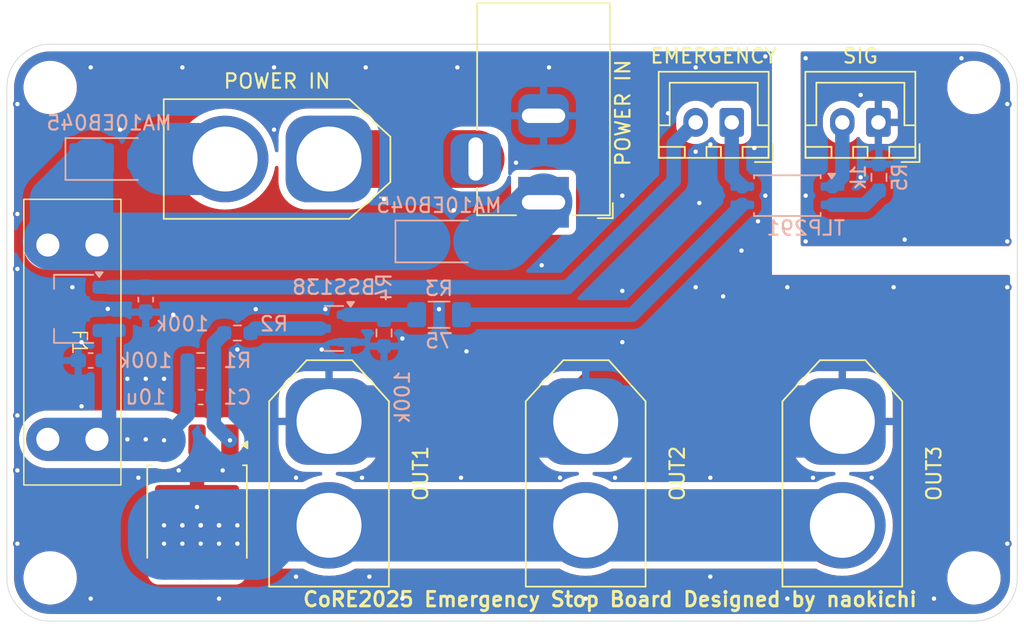
<source format=kicad_pcb>
(kicad_pcb (version 20240108) (generator "pcbnew") (generator_version "8.0")
  (layers (0 "F.Cu" signal) (31 "B.Cu" signal) (34 "B.Paste" user) (35 "F.Paste" user) (36 "B.SilkS" user "B.Silkscreen") (37 "F.SilkS" user "F.Silkscreen") (38 "B.Mask" user) (39 "F.Mask" user) (44 "Edge.Cuts" user))
  (net 0 "")
  (net 1 "Net-(Q1-S)")
  (net 2 "Net-(Q1-G)")
  (net 3 "GNDPWR")
  (net 4 "Net-(J5-Pin_2)")
  (net 5 "Net-(D1-K)")
  (net 6 "Net-(D1-A)")
  (net 7 "Net-(D2-A)")
  (net 8 "Net-(J1-Pin_2)")
  (net 9 "Net-(J4-Pin_2)")
  (net 10 "GND")
  (net 11 "Net-(J5-Pin_1)")
  (net 12 "Net-(J11-Pin_1)")
  (net 13 "Net-(Q2-G)")
  (net 14 "Net-(Q2-D)")
  (net 15 "Net-(R3-Pad1)")
  (net 16 "Net-(R5-Pad1)")
  (footprint "core2025_board_ems:Fuse_Holder" (layer "F.Cu") (at 129.54 73.66 -90)
    (property "Reference" "F1" (at 0 -0.5 -90) (layer "F.SilkS") (effects (font (thickness 0.1))))
    (property "Value" "Fuse")
    (fp_rect (start -9.905 -3.365) (end 9.905 3.365) (stroke (width 0.1)) (fill none) (layer "F.SilkS"))
    (pad "1" thru_hole circle (at -6.735 -1.7 270) (size 2.4 2.4) (drill 1.6) (layers "*.Cu" "*.Mask") (net 5 "Net-(D1-K)"))
    (pad "1" thru_hole circle (at -6.735 1.7 270) (size 2.4 2.4) (drill 1.6) (layers "*.Cu" "*.Mask") (net 5 "Net-(D1-K)"))
    (pad "2" thru_hole circle (at 6.735 -1.7 270) (size 2.4 2.4) (drill 1.6) (layers "*.Cu" "*.Mask") (net 1 "Net-(Q1-S)"))
    (pad "2" thru_hole circle (at 6.735 1.7 270) (size 2.4 2.4) (drill 1.6) (layers "*.Cu" "*.Mask") (net 1 "Net-(Q1-S)"))
  )
  (footprint "Connector_BarrelJack:BarrelJack_Horizontal" (layer "F.Cu") (at 162.18 63.96 -90)
    (property "Reference" "J12" (hide yes))
    (property "Value" "POWER IN" (at -6.2 -5.5 90) (layer "F.SilkS"))
    (fp_line (start -13.8 4.6) (end -13.8 -4.6) (stroke (width 0.12)) (layer "F.SilkS"))
    (fp_line (start -5 4.6) (end -13.8 4.6) (stroke (width 0.12)) (layer "F.SilkS"))
    (fp_line (start 0.9 4.6) (end -1 4.6) (stroke (width 0.12)) (layer "F.SilkS"))
    (fp_line (start 0.9 1.9) (end 0.9 4.6) (stroke (width 0.12)) (layer "F.SilkS"))
    (fp_line (start 1.1 -3.75) (end 1.1 -4.8) (stroke (width 0.12)) (layer "F.SilkS"))
    (fp_line (start -13.8 -4.6) (end 0.9 -4.6) (stroke (width 0.12)) (layer "F.SilkS"))
    (fp_line (start 0.9 -4.6) (end 0.9 -2) (stroke (width 0.12)) (layer "F.SilkS"))
    (fp_line (start 0.05 -4.8) (end 1.1 -4.8) (stroke (width 0.12)) (layer "F.SilkS"))
    (pad "1" thru_hole rect (at 0 0 270) (size 3.5 3.5) (drill oval 1 3) (layers "*.Cu" "*.Mask") (net 7 "Net-(D2-A)"))
    (pad "2" thru_hole roundrect (at -6 0 270) (size 3 3.5) (drill oval 1 3) (layers "*.Cu" "*.Mask") (net 3 "GNDPWR"))
    (pad "3" thru_hole roundrect (at -3 4.7 270) (size 3.5 3.5) (drill oval 3 1) (layers "*.Cu" "*.Mask") (net 12 "Net-(J11-Pin_1)"))
  )
  (footprint "Connector_AMASS:AMASS_XT60-F_1x02_P7.20mm_Vertical" (layer "F.Cu") (at 147.32 79.16 -90)
    (property "Reference" "J1" (hide yes))
    (property "Value" "OUT1" (at 3.6 -6.35 90) (layer "F.SilkS"))
    (fp_line (start -1.4 4.15) (end 11.45 4.15) (stroke (width 0.12)) (layer "F.SilkS"))
    (fp_line (start 11.45 4.15) (end 11.45 -4.15) (stroke (width 0.12)) (layer "F.SilkS"))
    (fp_line (start -4.25 1.55) (end -1.4 4.15) (stroke (width 0.12)) (layer "F.SilkS"))
    (fp_line (start -4.25 -1.6) (end -4.25 1.55) (stroke (width 0.12)) (layer "F.SilkS"))
    (fp_line (start -1.4 -4.15) (end -4.25 -1.6) (stroke (width 0.12)) (layer "F.SilkS"))
    (fp_line (start 11.45 -4.15) (end -1.4 -4.15) (stroke (width 0.12)) (layer "F.SilkS"))
    (pad "1" thru_hole roundrect (at 0 0 270) (size 6 6) (drill 4.5) (layers "*.Cu" "*.Mask") (net 3 "GNDPWR"))
    (pad "2" thru_hole circle (at 7.2 0 270) (size 6 6) (drill 4.5) (layers "*.Cu" "*.Mask") (net 8 "Net-(J1-Pin_2)"))
  )
  (footprint "Connector_AMASS:AMASS_XT60-F_1x02_P7.20mm_Vertical" (layer "F.Cu") (at 165.1 79.16 -90)
    (property "Reference" "J2" (hide yes))
    (property "Value" "OUT2" (at 3.6 -6.35 90) (layer "F.SilkS"))
    (fp_line (start -1.4 4.15) (end 11.45 4.15) (stroke (width 0.12)) (layer "F.SilkS"))
    (fp_line (start 11.45 4.15) (end 11.45 -4.15) (stroke (width 0.12)) (layer "F.SilkS"))
    (fp_line (start -4.25 1.55) (end -1.4 4.15) (stroke (width 0.12)) (layer "F.SilkS"))
    (fp_line (start -4.25 -1.6) (end -4.25 1.55) (stroke (width 0.12)) (layer "F.SilkS"))
    (fp_line (start -1.4 -4.15) (end -4.25 -1.6) (stroke (width 0.12)) (layer "F.SilkS"))
    (fp_line (start 11.45 -4.15) (end -1.4 -4.15) (stroke (width 0.12)) (layer "F.SilkS"))
    (pad "1" thru_hole roundrect (at 0 0 270) (size 6 6) (drill 4.5) (layers "*.Cu" "*.Mask") (net 3 "GNDPWR"))
    (pad "2" thru_hole circle (at 7.2 0 270) (size 6 6) (drill 4.5) (layers "*.Cu" "*.Mask") (net 8 "Net-(J1-Pin_2)"))
  )
  (footprint "MountingHole:MountingHole_3.2mm_M3" (layer "F.Cu") (at 192 56)
    (property "Reference" "REF**" (hide yes))
    (property "Value" "MountingHole_3.2mm_M3" (hide yes))
    (pad "" np_thru_hole circle (at 0 0) (size 3.2 3.2) (drill 3.2) (layers "*.Cu" "*.Mask"))
  )
  (footprint "MountingHole:MountingHole_3.2mm_M3" (layer "F.Cu") (at 192 90)
    (property "Reference" "REF**" (hide yes))
    (property "Value" "MountingHole_3.2mm_M3" (hide yes))
    (pad "" np_thru_hole circle (at 0 0) (size 3.2 3.2) (drill 3.2) (layers "*.Cu" "*.Mask"))
  )
  (footprint "Package_TO_SOT_SMD:TO-252-3_TabPin2" (layer "F.Cu") (at 138.175 85.505 -90)
    (property "Reference" "Q1" (hide yes))
    (property "Value" "TJ60S04M3L" (hide yes))
    (fp_line (start -3.31 3.45) (end -3.31 3.18) (stroke (width 0.12)) (layer "F.SilkS"))
    (fp_line (start 3.11 3.45) (end -3.31 3.45) (stroke (width 0.12)) (layer "F.SilkS"))
    (fp_line (start -3.31 -3.45) (end -3.31 -3.18) (stroke (width 0.12)) (layer "F.SilkS"))
    (fp_line (start 3.11 -3.45) (end -3.31 -3.45) (stroke (width 0.12)) (layer "F.SilkS"))
    (fp_poly (pts (xy -4.725 -3.16) (xy -4.965 -3.49) (xy -4.485 -3.49) (xy -4.725 -3.16)) (stroke (width 0.12)) (fill solid) (layer "F.SilkS"))
    (pad "1" smd roundrect (at -5.04 -2.28 270) (size 2.2 1.2) (layers "F.Cu" "F.Paste" "F.Mask") (roundrect_rratio 0.208333) (net 2 "Net-(Q1-G)"))
    (pad "2" smd roundrect (at -5.04 0 270) (size 2.2 1.2) (layers "F.Cu" "F.Paste" "F.Mask") (roundrect_rratio 0.208333) (net 8 "Net-(J1-Pin_2)"))
    (pad "2" smd roundrect (at -0.415 -1.525 270) (size 3.05 2.75) (layers "F.Cu" "F.Paste") (roundrect_rratio 0.090909) (net 8 "Net-(J1-Pin_2)"))
    (pad "2" smd roundrect (at -0.415 1.525 270) (size 3.05 2.75) (layers "F.Cu" "F.Paste") (roundrect_rratio 0.090909) (net 8 "Net-(J1-Pin_2)"))
    (pad "2" smd roundrect (at 1.26 0 270) (size 6.4 5.8) (layers "F.Cu" "F.Mask") (roundrect_rratio 0.043103) (net 8 "Net-(J1-Pin_2)"))
    (pad "2" smd roundrect (at 2.935 -1.525 270) (size 3.05 2.75) (layers "F.Cu" "F.Paste") (roundrect_rratio 0.090909) (net 8 "Net-(J1-Pin_2)"))
    (pad "2" smd roundrect (at 2.935 1.525 270) (size 3.05 2.75) (layers "F.Cu" "F.Paste") (roundrect_rratio 0.090909) (net 8 "Net-(J1-Pin_2)"))
    (pad "3" smd roundrect (at -5.04 2.28 270) (size 2.2 1.2) (layers "F.Cu" "F.Paste" "F.Mask") (roundrect_rratio 0.208333) (net 1 "Net-(Q1-S)"))
  )
  (footprint "Connector_JST:JST_XH_B2B-XH-A_1x02_P2.50mm_Vertical" (layer "F.Cu") (at 175.22 58.42 180)
    (property "Reference" "J5" (hide yes))
    (property "Value" "EMERGENCY" (at 1.25 4.6 0) (layer "F.SilkS"))
    (fp_line (start 5.06 3.51) (end 5.06 -2.46) (stroke (width 0.12)) (layer "F.SilkS"))
    (fp_line (start 5.06 -2.46) (end -2.56 -2.46) (stroke (width 0.12)) (layer "F.SilkS"))
    (fp_line (start 5.05 -0.2) (end 4.3 -0.2) (stroke (width 0.12)) (layer "F.SilkS"))
    (fp_line (start 5.05 -1.7) (end 5.05 -2.45) (stroke (width 0.12)) (layer "F.SilkS"))
    (fp_line (start 5.05 -2.45) (end 3.25 -2.45) (stroke (width 0.12)) (layer "F.SilkS"))
    (fp_line (start 4.3 2.75) (end 1.25 2.75) (stroke (width 0.12)) (layer "F.SilkS"))
    (fp_line (start 4.3 -0.2) (end 4.3 2.75) (stroke (width 0.12)) (layer "F.SilkS"))
    (fp_line (start 3.25 -1.7) (end 5.05 -1.7) (stroke (width 0.12)) (layer "F.SilkS"))
    (fp_line (start 3.25 -2.45) (end 3.25 -1.7) (stroke (width 0.12)) (layer "F.SilkS"))
    (fp_line (start 1.75 -1.7) (end 1.75 -2.45) (stroke (width 0.12)) (layer "F.SilkS"))
    (fp_line (start 1.75 -2.45) (end 0.75 -2.45) (stroke (width 0.12)) (layer "F.SilkS"))
    (fp_line (start 0.75 -1.7) (end 1.75 -1.7) (stroke (width 0.12)) (layer "F.SilkS"))
    (fp_line (start 0.75 -2.45) (end 0.75 -1.7) (stroke (width 0.12)) (layer "F.SilkS"))
    (fp_line (start -0.75 -1.7) (end -0.75 -2.45) (stroke (width 0.12)) (layer "F.SilkS"))
    (fp_line (start -0.75 -2.45) (end -2.55 -2.45) (stroke (width 0.12)) (layer "F.SilkS"))
    (fp_line (start -1.6 -2.75) (end -2.85 -2.75) (stroke (width 0.12)) (layer "F.SilkS"))
    (fp_line (start -1.8 2.75) (end 1.25 2.75) (stroke (width 0.12)) (layer "F.SilkS"))
    (fp_line (start -1.8 -0.2) (end -1.8 2.75) (stroke (width 0.12)) (layer "F.SilkS"))
    (fp_line (start -2.55 -0.2) (end -1.8 -0.2) (stroke (width 0.12)) (layer "F.SilkS"))
    (fp_line (start -2.55 -1.7) (end -0.75 -1.7) (stroke (width 0.12)) (layer "F.SilkS"))
    (fp_line (start -2.55 -2.45) (end -2.55 -1.7) (stroke (width 0.12)) (layer "F.SilkS"))
    (fp_line (start -2.56 3.51) (end 5.06 3.51) (stroke (width 0.12)) (layer "F.SilkS"))
    (fp_line (start -2.56 -2.46) (end -2.56 3.51) (stroke (width 0.12)) (layer "F.SilkS"))
    (fp_line (start -2.85 -2.75) (end -2.85 -1.5) (stroke (width 0.12)) (layer "F.SilkS"))
    (pad "1" thru_hole roundrect (at 0 0 180) (size 1.7 2) (drill 1) (layers "*.Cu" "*.Mask") (roundrect_rratio 0.147059) (net 11 "Net-(J5-Pin_1)"))
    (pad "2" thru_hole oval (at 2.5 0 180) (size 1.7 2) (drill 1) (layers "*.Cu" "*.Mask") (net 4 "Net-(J5-Pin_2)"))
  )
  (footprint "Connector_AMASS:AMASS_XT60-F_1x02_P7.20mm_Vertical" (layer "F.Cu") (at 182.88 79.16 -90)
    (property "Reference" "J3" (hide yes))
    (property "Value" "OUT3" (at 3.6 -6.35 90) (layer "F.SilkS"))
    (fp_line (start -1.4 4.15) (end 11.45 4.15) (stroke (width 0.12)) (layer "F.SilkS"))
    (fp_line (start 11.45 4.15) (end 11.45 -4.15) (stroke (width 0.12)) (layer "F.SilkS"))
    (fp_line (start -4.25 1.55) (end -1.4 4.15) (stroke (width 0.12)) (layer "F.SilkS"))
    (fp_line (start -4.25 -1.6) (end -4.25 1.55) (stroke (width 0.12)) (layer "F.SilkS"))
    (fp_line (start -1.4 -4.15) (end -4.25 -1.6) (stroke (width 0.12)) (layer "F.SilkS"))
    (fp_line (start 11.45 -4.15) (end -1.4 -4.15) (stroke (width 0.12)) (layer "F.SilkS"))
    (pad "1" thru_hole roundrect (at 0 0 270) (size 6 6) (drill 4.5) (layers "*.Cu" "*.Mask") (net 3 "GNDPWR"))
    (pad "2" thru_hole circle (at 7.2 0 270) (size 6 6) (drill 4.5) (layers "*.Cu" "*.Mask") (net 8 "Net-(J1-Pin_2)"))
  )
  (footprint "Connector_JST:JST_XH_B2B-XH-A_1x02_P2.50mm_Vertical" (layer "F.Cu") (at 185.38 58.42 180)
    (property "Reference" "J4" (hide yes))
    (property "Value" "SIG" (at 1.25 4.6 0) (layer "F.SilkS"))
    (fp_line (start 5.06 3.51) (end 5.06 -2.46) (stroke (width 0.12)) (layer "F.SilkS"))
    (fp_line (start 5.06 -2.46) (end -2.56 -2.46) (stroke (width 0.12)) (layer "F.SilkS"))
    (fp_line (start 5.05 -0.2) (end 4.3 -0.2) (stroke (width 0.12)) (layer "F.SilkS"))
    (fp_line (start 5.05 -1.7) (end 5.05 -2.45) (stroke (width 0.12)) (layer "F.SilkS"))
    (fp_line (start 5.05 -2.45) (end 3.25 -2.45) (stroke (width 0.12)) (layer "F.SilkS"))
    (fp_line (start 4.3 2.75) (end 1.25 2.75) (stroke (width 0.12)) (layer "F.SilkS"))
    (fp_line (start 4.3 -0.2) (end 4.3 2.75) (stroke (width 0.12)) (layer "F.SilkS"))
    (fp_line (start 3.25 -1.7) (end 5.05 -1.7) (stroke (width 0.12)) (layer "F.SilkS"))
    (fp_line (start 3.25 -2.45) (end 3.25 -1.7) (stroke (width 0.12)) (layer "F.SilkS"))
    (fp_line (start 1.75 -1.7) (end 1.75 -2.45) (stroke (width 0.12)) (layer "F.SilkS"))
    (fp_line (start 1.75 -2.45) (end 0.75 -2.45) (stroke (width 0.12)) (layer "F.SilkS"))
    (fp_line (start 0.75 -1.7) (end 1.75 -1.7) (stroke (width 0.12)) (layer "F.SilkS"))
    (fp_line (start 0.75 -2.45) (end 0.75 -1.7) (stroke (width 0.12)) (layer "F.SilkS"))
    (fp_line (start -0.75 -1.7) (end -0.75 -2.45) (stroke (width 0.12)) (layer "F.SilkS"))
    (fp_line (start -0.75 -2.45) (end -2.55 -2.45) (stroke (width 0.12)) (layer "F.SilkS"))
    (fp_line (start -1.6 -2.75) (end -2.85 -2.75) (stroke (width 0.12)) (layer "F.SilkS"))
    (fp_line (start -1.8 2.75) (end 1.25 2.75) (stroke (width 0.12)) (layer "F.SilkS"))
    (fp_line (start -1.8 -0.2) (end -1.8 2.75) (stroke (width 0.12)) (layer "F.SilkS"))
    (fp_line (start -2.55 -0.2) (end -1.8 -0.2) (stroke (width 0.12)) (layer "F.SilkS"))
    (fp_line (start -2.55 -1.7) (end -0.75 -1.7) (stroke (width 0.12)) (layer "F.SilkS"))
    (fp_line (start -2.55 -2.45) (end -2.55 -1.7) (stroke (width 0.12)) (layer "F.SilkS"))
    (fp_line (start -2.56 3.51) (end 5.06 3.51) (stroke (width 0.12)) (layer "F.SilkS"))
    (fp_line (start -2.56 -2.46) (end -2.56 3.51) (stroke (width 0.12)) (layer "F.SilkS"))
    (fp_line (start -2.85 -2.75) (end -2.85 -1.5) (stroke (width 0.12)) (layer "F.SilkS"))
    (pad "1" thru_hole roundrect (at 0 0 180) (size 1.7 2) (drill 1) (layers "*.Cu" "*.Mask") (roundrect_rratio 0.147059) (net 10 "GND"))
    (pad "2" thru_hole oval (at 2.5 0 180) (size 1.7 2) (drill 1) (layers "*.Cu" "*.Mask") (net 9 "Net-(J4-Pin_2)"))
  )
  (footprint "MountingHole:MountingHole_3.2mm_M3" (layer "F.Cu") (at 128 90)
    (property "Reference" "REF**" (hide yes))
    (property "Value" "MountingHole_3.2mm_M3" (hide yes))
    (pad "" np_thru_hole circle (at 0 0) (size 3.2 3.2) (drill 3.2) (layers "*.Cu" "*.Mask"))
  )
  (footprint "Connector_AMASS:AMASS_XT60-M_1x02_P7.20mm_Vertical" (layer "F.Cu") (at 147.32 60.96 180)
    (property "Reference" "J11" (hide yes))
    (property "Value" "POWER IN" (at 3.6 5.4 0) (layer "F.SilkS"))
    (fp_line (start 11.45 4.15) (end 11.45 -4.15) (stroke (width 0.12)) (layer "F.SilkS"))
    (fp_line (start 11.45 -4.15) (end -1.4 -4.15) (stroke (width 0.12)) (layer "F.SilkS"))
    (fp_line (start -1.4 4.15) (end 11.45 4.15) (stroke (width 0.12)) (layer "F.SilkS"))
    (fp_line (start -1.4 -4.15) (end -4.25 -1.6) (stroke (width 0.12)) (layer "F.SilkS"))
    (fp_line (start -4.25 1.55) (end -1.4 4.15) (stroke (width 0.12)) (layer "F.SilkS"))
    (fp_line (start -4.25 -1.6) (end -4.25 1.55) (stroke (width 0.12)) (layer "F.SilkS"))
    (pad "1" thru_hole roundrect (at 0 0 180) (size 6 6) (drill 4.5) (layers "*.Cu" "*.Mask") (net 12 "Net-(J11-Pin_1)"))
    (pad "2" thru_hole circle (at 7.2 0 180) (size 6 6) (drill 4.5) (layers "*.Cu" "*.Mask") (net 6 "Net-(D1-A)"))
  )
  (footprint "MountingHole:MountingHole_3.2mm_M3" (layer "F.Cu") (at 128 56)
    (property "Reference" "REF**" (hide yes))
    (property "Value" "MountingHole_3.2mm_M3" (hide yes))
    (pad "" np_thru_hole circle (at 0 0) (size 3.2 3.2) (drill 3.2) (layers "*.Cu" "*.Mask"))
  )
  (footprint "Resistor_SMD:R_0603_1608Metric_Pad0.98x0.95mm_HandSolder" (layer "B.Cu") (at 185.42 62.23 90)
    (property "Reference" "R5" (at 0 1.43 90) (layer "B.SilkS") (effects (justify mirror)))
    (property "Value" "1k" (at 0 -1.43 90) (layer "B.SilkS") (effects (justify mirror)))
    (fp_line (start 0.254724 -0.5225) (end -0.254724 -0.5225) (stroke (width 0.12)) (layer "B.SilkS"))
    (fp_line (start 0.254724 0.5225) (end -0.254724 0.5225) (stroke (width 0.12)) (layer "B.SilkS"))
    (pad "1" smd roundrect (at -0.9125 0 90) (size 0.975 0.95) (layers "B.Cu" "B.Paste" "B.Mask") (net 16 "Net-(R5-Pad1)"))
    (pad "2" smd roundrect (at 0.9125 0 90) (size 0.975 0.95) (layers "B.Cu" "B.Paste" "B.Mask") (net 10 "GND"))
  )
  (footprint "Resistor_SMD:R_0603_1608Metric_Pad0.98x0.95mm_HandSolder" (layer "B.Cu") (at 138.43 74.93)
    (property "Reference" "R1" (at 2.54 0 0) (layer "B.SilkS") (effects (justify mirror)))
    (property "Value" "100k" (at -3.81 0 0) (layer "B.SilkS") (effects (justify mirror)))
    (fp_line (start 0.254724 -0.5225) (end -0.254724 -0.5225) (stroke (width 0.12)) (layer "B.SilkS"))
    (fp_line (start 0.254724 0.5225) (end -0.254724 0.5225) (stroke (width 0.12)) (layer "B.SilkS"))
    (pad "1" smd roundrect (at -0.9125 0) (size 0.975 0.95) (layers "B.Cu" "B.Paste" "B.Mask") (net 1 "Net-(Q1-S)"))
    (pad "2" smd roundrect (at 0.9125 0) (size 0.975 0.95) (layers "B.Cu" "B.Paste" "B.Mask") (net 2 "Net-(Q1-G)"))
  )
  (footprint "Package_TO_SOT_SMD:SOT-23" (layer "B.Cu") (at 147.6525 72.71 180)
    (property "Reference" "Q2" (hide yes))
    (property "Value" "BSS138" (at 0 2.86 0) (layer "B.SilkS") (effects (justify mirror)))
    (fp_line (start 0.65 1.56) (end 0 1.56) (stroke (width 0.12)) (layer "B.SilkS"))
    (fp_line (start 0.65 -1.56) (end 0 -1.56) (stroke (width 0.12)) (layer "B.SilkS"))
    (fp_line (start -0.65 1.56) (end 0 1.56) (stroke (width 0.12)) (layer "B.SilkS"))
    (fp_line (start -0.65 -1.56) (end 0 -1.56) (stroke (width 0.12)) (layer "B.SilkS"))
    (fp_poly (pts (xy -1.1625 1.51) (xy -1.4025 1.84) (xy -0.9225 1.84) (xy -1.1625 1.51)) (stroke (width 0.12)) (fill solid) (layer "B.SilkS"))
    (pad "1" smd roundrect (at -0.9375 0.95 180) (size 1.475 0.6) (layers "B.Cu" "B.Paste" "B.Mask") (net 13 "Net-(Q2-G)"))
    (pad "2" smd roundrect (at -0.9375 -0.95 180) (size 1.475 0.6) (layers "B.Cu" "B.Paste" "B.Mask") (net 3 "GNDPWR"))
    (pad "3" smd roundrect (at 0.9375 0 180) (size 1.475 0.6) (layers "B.Cu" "B.Paste" "B.Mask") (net 14 "Net-(Q2-D)"))
  )
  (footprint "Diode_SMD:Vishay_SMPA" (layer "B.Cu") (at 154.94 66.675)
    (property "Reference" "D2" (hide yes))
    (property "Value" "MA10EB045" (at 0 -2.5 0) (layer "B.SilkS") (effects (justify mirror)))
    (fp_line (start -3.02 -1.45) (end -3.02 1.45) (stroke (width 0.12)) (layer "B.SilkS"))
    (fp_line (start 2 -1.45) (end -3.02 -1.45) (stroke (width 0.12)) (layer "B.SilkS"))
    (fp_line (start 2 1.45) (end -3.02 1.45) (stroke (width 0.12)) (layer "B.SilkS"))
    (pad "1" smd roundrect (at -1.21 0) (size 3.1 2.2) (layers "B.Cu" "B.Paste" "B.Mask") (roundrect_rratio 0.1136363636) (net 5 "Net-(D1-K)"))
    (pad "2" smd roundrect (at 2.01 0) (size 1.5 1.52) (layers "B.Cu" "B.Paste" "B.Mask") (roundrect_rratio 0.1666666667) (net 7 "Net-(D2-A)"))
  )
  (footprint "Resistor_SMD:R_0603_1608Metric_Pad0.98x0.95mm_HandSolder" (layer "B.Cu") (at 140.97 73.025)
    (property "Reference" "R2" (at 2.54 -0.635 0) (layer "B.SilkS") (effects (justify mirror)))
    (property "Value" "100k" (at -3.81 -0.635 0) (layer "B.SilkS") (effects (justify mirror)))
    (fp_line (start 0.254724 -0.5225) (end -0.254724 -0.5225) (stroke (width 0.12)) (layer "B.SilkS"))
    (fp_line (start 0.254724 0.5225) (end -0.254724 0.5225) (stroke (width 0.12)) (layer "B.SilkS"))
    (pad "1" smd roundrect (at -0.9125 0) (size 0.975 0.95) (layers "B.Cu" "B.Paste" "B.Mask") (net 2 "Net-(Q1-G)"))
    (pad "2" smd roundrect (at 0.9125 0) (size 0.975 0.95) (layers "B.Cu" "B.Paste" "B.Mask") (net 14 "Net-(Q2-D)"))
  )
  (footprint "Resistor_SMD:R_1206_3216Metric_Pad1.30x1.75mm_HandSolder" (layer "B.Cu") (at 154.94 71.755 180)
    (property "Reference" "R3" (at 0 1.82 0) (layer "B.SilkS") (effects (justify mirror)))
    (property "Value" "75" (at 0 -1.82 0) (layer "B.SilkS") (effects (justify mirror)))
    (fp_line (start 0.727064 0.91) (end -0.727064 0.91) (stroke (width 0.12)) (layer "B.SilkS"))
    (fp_line (start 0.727064 -0.91) (end -0.727064 -0.91) (stroke (width 0.12)) (layer "B.SilkS"))
    (pad "1" smd roundrect (at -1.55 0 180) (size 1.3 1.75) (layers "B.Cu" "B.Paste" "B.Mask") (roundrect_rratio 0.192308) (net 15 "Net-(R3-Pad1)"))
    (pad "2" smd roundrect (at 1.55 0 180) (size 1.3 1.75) (layers "B.Cu" "B.Paste" "B.Mask") (roundrect_rratio 0.192308) (net 13 "Net-(Q2-G)"))
  )
  (footprint "Package_TO_SOT_SMD:SOT-89-3_Handsoldering" (layer "B.Cu") (at 129.63 71.35 180)
    (property "Reference" "U1" (hide yes))
    (property "Value" "NJM78L12S" (hide yes))
    (fp_line (start 1.36 2.36) (end 1.36 1.38) (stroke (width 0.12)) (layer "B.SilkS"))
    (fp_line (start 1.36 2.36) (end -1.22 2.36) (stroke (width 0.12)) (layer "B.SilkS"))
    (fp_line (start 1.36 2.36) (end -1.36 2.36) (stroke (width 0.12)) (layer "B.SilkS"))
    (fp_line (start 1.36 -2.36) (end 1.36 -1.38) (stroke (width 0.12)) (layer "B.SilkS"))
    (fp_line (start -1.36 -2.36) (end 1.36 -2.36) (stroke (width 0.12)) (layer "B.SilkS"))
    (fp_poly (pts (xy -1.77 2.21) (xy -2.01 2.54) (xy -1.53 2.54) (xy -1.77 2.21)) (stroke (width 0.12)) (fill solid) (layer "B.SilkS"))
    (pad "1" smd roundrect (at -2.45 1.5 180) (size 2.3 0.9) (layers "B.Cu" "B.Paste" "B.Mask") (net 4 "Net-(J5-Pin_2)"))
    (pad "2" smd custom (at -2.3625 0 180) (size 2.475 0.9) (layers "B.Cu" "B.Paste" "B.Mask") (net 3 "GNDPWR") (options (clearance outline) (anchor rect)) (primitives (gr_poly (pts (xy 5.3625 -0.8665) (xy 1.2375 -0.8665) (xy 1.2375 0.8665) (xy 5.3625 0.8665)) (width 0) (fill yes))))
    (pad "3" smd roundrect (at -2.45 -1.5 180) (size 2.3 0.9) (layers "B.Cu" "B.Paste" "B.Mask") (net 1 "Net-(Q1-S)"))
  )
  (footprint "Capacitor_SMD:C_0603_1608Metric_Pad1.08x0.95mm_HandSolder" (layer "B.Cu") (at 134.62 70.7125 -90)
    (property "Reference" "C3" (hide yes))
    (property "Value" "0.1u" (hide yes))
    (fp_line (start 0.146267 0.51) (end -0.146267 0.51) (stroke (width 0.12)) (layer "B.SilkS"))
    (fp_line (start 0.146267 -0.51) (end -0.146267 -0.51) (stroke (width 0.12)) (layer "B.SilkS"))
    (pad "1" smd roundrect (at -0.8625 0 270) (size 1.075 0.95) (layers "B.Cu" "B.Paste" "B.Mask") (net 4 "Net-(J5-Pin_2)"))
    (pad "2" smd roundrect (at 0.8625 0 270) (size 1.075 0.95) (layers "B.Cu" "B.Paste" "B.Mask") (net 3 "GNDPWR"))
  )
  (footprint "Package_SO:SSOP-4_4.4x2.6mm_P1.27mm" (layer "B.Cu") (at 179.07 63.5 180)
    (property "Reference" "U2" (hide yes))
    (property "Value" "TLP291" (at -1.27 -2.25 0) (layer "B.SilkS") (effects (justify mirror)))
    (fp_line (start 2.31 1.41) (end 0 1.41) (stroke (width 0.12)) (layer "B.SilkS"))
    (fp_line (start 2.31 1.195) (end 2.31 1.41) (stroke (width 0.12)) (layer "B.SilkS"))
    (fp_line (start 2.31 -1.195) (end 2.31 -1.41) (stroke (width 0.12)) (layer "B.SilkS"))
    (fp_line (start 2.31 -1.41) (end 0 -1.41) (stroke (width 0.12)) (layer "B.SilkS"))
    (fp_line (start -2.31 1.41) (end 0 1.41) (stroke (width 0.12)) (layer "B.SilkS"))
    (fp_line (start -2.31 1.195) (end -2.31 1.41) (stroke (width 0.12)) (layer "B.SilkS"))
    (fp_line (start -2.31 -1.195) (end -2.31 -1.41) (stroke (width 0.12)) (layer "B.SilkS"))
    (fp_line (start -2.31 -1.41) (end 0 -1.41) (stroke (width 0.12)) (layer "B.SilkS"))
    (fp_poly (pts (xy -3.075 1.195) (xy -3.315 1.525) (xy -2.835 1.525) (xy -3.075 1.195)) (stroke (width 0.12)) (fill solid) (layer "B.SilkS"))
    (pad "1" smd roundrect (at -3.125 0.635 180) (size 1.65 0.6) (layers "B.Cu" "B.Paste" "B.Mask") (net 9 "Net-(J4-Pin_2)"))
    (pad "2" smd roundrect (at -3.125 -0.635 180) (size 1.65 0.6) (layers "B.Cu" "B.Paste" "B.Mask") (net 16 "Net-(R5-Pad1)"))
    (pad "3" smd roundrect (at 3.125 -0.635 180) (size 1.65 0.6) (layers "B.Cu" "B.Paste" "B.Mask") (net 15 "Net-(R3-Pad1)"))
    (pad "4" smd roundrect (at 3.125 0.635 180) (size 1.65 0.6) (layers "B.Cu" "B.Paste" "B.Mask") (net 11 "Net-(J5-Pin_1)"))
  )
  (footprint "Resistor_SMD:R_0603_1608Metric_Pad0.98x0.95mm_HandSolder" (layer "B.Cu") (at 151.13 73.025 -90)
    (property "Reference" "R4" (at -3.175 0 90) (layer "B.SilkS") (effects (justify mirror)))
    (property "Value" "100k" (at 4.445 -1.27 90) (layer "B.SilkS") (effects (justify mirror)))
    (fp_line (start 0.254724 0.5225) (end -0.254724 0.5225) (stroke (width 0.12)) (layer "B.SilkS"))
    (fp_line (start 0.254724 -0.5225) (end -0.254724 -0.5225) (stroke (width 0.12)) (layer "B.SilkS"))
    (pad "1" smd roundrect (at -0.9125 0 270) (size 0.975 0.95) (layers "B.Cu" "B.Paste" "B.Mask") (net 13 "Net-(Q2-G)"))
    (pad "2" smd roundrect (at 0.9125 0 270) (size 0.975 0.95) (layers "B.Cu" "B.Paste" "B.Mask") (net 3 "GNDPWR"))
  )
  (footprint "Capacitor_SMD:C_0603_1608Metric_Pad1.08x0.95mm_HandSolder" (layer "B.Cu") (at 130.81 74.93 180)
    (property "Reference" "C2" (hide yes))
    (property "Value" "0.1u" (hide yes))
    (fp_line (start 0.146267 0.51) (end -0.146267 0.51) (stroke (width 0.12)) (layer "B.SilkS"))
    (fp_line (start 0.146267 -0.51) (end -0.146267 -0.51) (stroke (width 0.12)) (layer "B.SilkS"))
    (pad "1" smd roundrect (at -0.8625 0 180) (size 1.075 0.95) (layers "B.Cu" "B.Paste" "B.Mask") (net 1 "Net-(Q1-S)"))
    (pad "2" smd roundrect (at 0.8625 0 180) (size 1.075 0.95) (layers "B.Cu" "B.Paste" "B.Mask") (net 3 "GNDPWR"))
  )
  (footprint "Diode_SMD:Vishay_SMPA" (layer "B.Cu") (at 132.08 60.96)
    (property "Reference" "D1" (hide yes))
    (property "Value" "MA10EB045" (at 0 -2.5 0) (layer "B.SilkS") (effects (justify mirror)))
    (fp_line (start -3.02 -1.45) (end -3.02 1.45) (stroke (width 0.12)) (layer "B.SilkS"))
    (fp_line (start 2 -1.45) (end -3.02 -1.45) (stroke (width 0.12)) (layer "B.SilkS"))
    (fp_line (start 2 1.45) (end -3.02 1.45) (stroke (width 0.12)) (layer "B.SilkS"))
    (pad "1" smd roundrect (at -1.21 0) (size 3.1 2.2) (layers "B.Cu" "B.Paste" "B.Mask") (roundrect_rratio 0.1136363636) (net 5 "Net-(D1-K)"))
    (pad "2" smd roundrect (at 2.01 0) (size 1.5 1.52) (layers "B.Cu" "B.Paste" "B.Mask") (roundrect_rratio 0.1666666667) (net 6 "Net-(D1-A)"))
  )
  (footprint "Capacitor_SMD:C_0603_1608Metric_Pad1.08x0.95mm_HandSolder" (layer "B.Cu") (at 138.43 77.47)
    (property "Reference" "C1" (at 2.54 0 0) (layer "B.SilkS") (effects (justify mirror)))
    (property "Value" "10u" (at -3.81 0 0) (layer "B.SilkS") (effects (justify mirror)))
    (fp_line (start 0.146267 -0.51) (end -0.146267 -0.51) (stroke (width 0.12)) (layer "B.SilkS"))
    (fp_line (start 0.146267 0.51) (end -0.146267 0.51) (stroke (width 0.12)) (layer "B.SilkS"))
    (pad "1" smd roundrect (at -0.8625 0) (size 1.075 0.95) (layers "B.Cu" "B.Paste" "B.Mask") (net 1 "Net-(Q1-S)"))
    (pad "2" smd roundrect (at 0.8625 0) (size 1.075 0.95) (layers "B.Cu" "B.Paste" "B.Mask") (net 2 "Net-(Q1-G)"))
  )
  (gr_line (start 125 56) (end 125 90) (stroke (width 0.05)) (layer "Edge.Cuts"))
  (gr_line (start 128 93) (end 192 93) (stroke (width 0.05)) (layer "Edge.Cuts"))
  (gr_arc (start 125 56) (mid 125.87868 53.87868) (end 128 53) (stroke (width 0.05)) (layer "Edge.Cuts"))
  (gr_line (start 195 90) (end 195 56) (stroke (width 0.05)) (layer "Edge.Cuts"))
  (gr_arc (start 195 90) (mid 194.12132 92.12132) (end 192 93) (stroke (width 0.05)) (layer "Edge.Cuts"))
  (gr_line (start 192 53) (end 128 53) (stroke (width 0.05)) (layer "Edge.Cuts"))
  (gr_arc (start 128 93) (mid 125.87868 92.12132) (end 125 90) (stroke (width 0.05)) (layer "Edge.Cuts"))
  (gr_arc (start 192 53) (mid 194.12132 53.87868) (end 195 56) (stroke (width 0.05)) (layer "Edge.Cuts"))
  (gr_text "CoRE2025 Emergency Stop Board Designed by naokichi" (at 145.415 92.075 0) (layer "F.SilkS") (effects (font (size 1 1) (thickness 0.2)) (justify left bottom)))
  (segment (start 135.805 80.395) (end 135.875 80.465) (width 3) (layer "F.Cu") (net 1))
  (segment (start 133.35 80.395) (end 134.62 80.395) (width 3) (layer "F.Cu") (net 1))
  (segment (start 127.84 80.395) (end 133.35 80.395) (width 3) (layer "F.Cu") (net 1))
  (segment (start 134.62 80.395) (end 135.805 80.395) (width 3) (layer "F.Cu") (net 1))
  (via (at 133.35 80.395) (size 0.6) (drill 0.3) (layers "F.Cu" "B.Cu") (net 1))
  (via (at 135.895 80.465) (size 0.6) (drill 0.3) (layers "F.Cu" "B.Cu") (net 1))
  (via (at 134.62 80.395) (size 0.6) (drill 0.3) (layers "F.Cu" "B.Cu") (net 1))
  (segment (start 132.08 79.555) (end 131.24 80.395) (width 1) (layer "B.Cu") (net 1))
  (segment (start 135.825 80.395) (end 135.895 80.465) (width 3) (layer "B.Cu") (net 1))
  (segment (start 137.5175 78.7025) (end 135.825 80.395) (width 1) (layer "B.Cu") (net 1))
  (segment (start 132.08 72.85) (end 132.08 79.555) (width 1) (layer "B.Cu") (net 1))
  (segment (start 137.5175 74.93) (end 137.5175 78.7025) (width 1) (layer "B.Cu") (net 1))
  (segment (start 127.84 80.395) (end 135.825 80.395) (width 3) (layer "B.Cu") (net 1))
  (via (at 140.455 80.465) (size 0.6) (drill 0.3) (layers "F.Cu" "B.Cu") (net 2))
  (segment (start 139.3425 74.93) (end 139.3425 79.3525) (width 1) (layer "B.Cu") (net 2))
  (segment (start 139.3425 74.93) (end 139.3425 73.74) (width 1) (layer "B.Cu") (net 2))
  (segment (start 139.3425 79.3525) (end 140.455 80.465) (width 1) (layer "B.Cu") (net 2))
  (segment (start 139.3425 73.74) (end 140.0575 73.025) (width 1) (layer "B.Cu") (net 2))
  (segment (start 167.64 60.52) (end 167.64 63.5) (width 5) (layer "F.Cu") (net 3))
  (segment (start 167.64 63.5) (end 167.64 70.104) (width 5) (layer "F.Cu") (net 3))
  (segment (start 167.64 73.66) (end 167.64 76.62) (width 5) (layer "F.Cu") (net 3))
  (segment (start 165.1 79.16) (end 182.88 79.16) (width 5) (layer "F.Cu") (net 3))
  (segment (start 162.18 57.96) (end 165.08 57.96) (width 5) (layer "F.Cu") (net 3))
  (segment (start 167.64 70.104) (end 167.64 73.66) (width 5) (layer "F.Cu") (net 3))
  (segment (start 165.1 79.16) (end 147.32 79.16) (width 5) (layer "F.Cu") (net 3))
  (segment (start 167.64 76.62) (end 165.1 79.16) (width 5) (layer "F.Cu") (net 3))
  (segment (start 165.08 57.96) (end 167.64 60.52) (width 5) (layer "F.Cu") (net 3))
  (via (at 173.736 83.058) (size 0.6) (drill 0.3) (layers "F.Cu" "B.Cu") (net 3))
  (via (at 125.73 68.58) (size 0.6) (drill 0.3) (layers "F.Cu" "B.Cu") (net 3))
  (via (at 149.86 54.61) (size 0.6) (drill 0.3) (layers "F.Cu" "B.Cu") (net 3))
  (via (at 135.89 76.2) (size 0.6) (drill 0.3) (layers "F.Cu" "B.Cu") (net 3))
  (via (at 152.4 91.44) (size 0.6) (drill 0.3) (layers "F.Cu" "B.Cu") (net 3))
  (via (at 132.842 58.928) (size 0.6) (drill 0.3) (layers "F.Cu" "B.Cu") (net 3))
  (via (at 173.736 59.944) (size 0.6) (drill 0.3) (layers "F.Cu" "B.Cu") (net 3))
  (via (at 165.1 91.44) (size 0.6) (drill 0.3) (layers "F.Cu" "B.Cu") (net 3))
  (via (at 194.31 69.85) (size 0.6) (drill 0.3) (layers "F.Cu" "B.Cu") (net 3))
  (via (at 130.81 54.61) (size 0.6) (drill 0.3) (layers "F.Cu" "B.Cu") (net 3))
  (via (at 133.35 76.2) (size 0.6) (drill 0.3) (layers "F.Cu" "B.Cu") (net 3))
  (via (at 173.736 89.916) (size 0.6) (drill 0.3) (layers "F.Cu" "B.Cu") (net 3))
  (via (at 156.845 74.295) (size 0.6) (drill 0.3) (layers "F.Cu" "B.Cu") (net 3))
  (via (at 136.906 82.55) (size 0.6) (drill 0.3) (layers "F.Cu" "B.Cu") (net 3))
  (via (at 154.94 71.374) (size 0.6) (drill 0.3) (layers "F.Cu" "B.Cu") (net 3))
  (via (at 163.322 83.058) (size 0.6) (drill 0.3) (layers "F.Cu" "B.Cu") (net 3))
  (via (at 167.64 63.5) (size 0.6) (drill 0.3) (layers "F.Cu" "B.Cu") (net 3))
  (via (at 177.546 53.848) (size 0.6) (drill 0.3) (layers "F.Cu" "B.Cu") (net 3))
  (via (at 167.132 83.058) (size 0.6) (drill 0.3) (layers "F.Cu" "B.Cu") (net 3))
  (via (at 134.112 83.058) (size 0.6) (drill 0.3) (layers "F.Cu" "B.Cu") (net 3))
  (via (at 175.895 67.31) (size 0.6) (drill 0.3) (layers "F.Cu" "B.Cu") (net 3))
  (via (at 170.815 57.785) (size 0.6) (drill 0.3) (layers "F.Cu" "B.Cu") (net 3))
  (via (at 143.51 54.61) (size 0.6) (drill 0.3) (layers "F.Cu" "B.Cu") (net 3))
  (via (at 167.64 70.104) (size 0.6) (drill 0.3) (layers "F.Cu" "B.Cu") (net 3))
  (via (at 125.73 82.55) (size 0.6) (drill 0.3) (layers "F.Cu" "B.Cu") (net 3))
  (via (at 139.7 91.44) (size 0.6) (drill 0.3) (layers "F.Cu" "B.Cu") (net 3))
  (via (at 136.525 71.755) (size 0.6) (drill 0.3) (layers "F.Cu" "B.Cu") (net 3))
  (via (at 177.038 65.278) (size 0.6) (drill 0.3) (layers "F.Cu" "B.Cu") (net 3))
  (via (at 130.175 73.66) (size 0.6) (drill 0.3) (layers "F.Cu" "B.Cu") (net 3))
  (via (at 125.73 87.63) (size 0.6) (drill 0.3) (layers "F.Cu" "B.Cu") (net 3))
  (via (at 172.974 64.008) (size 0.6) (drill 0.3) (layers "F.Cu" "B.Cu") (net 3))
  (via (at 129.54 69.85) (size 0.6) (drill 0.3) (layers "F.Cu" "B.Cu") (net 3))
  (via (at 137.16 54.61) (size 0.6) (drill 0.3) (layers "F.Cu" "B.Cu") (net 3))
  (via (at 151.13 63.754) (size 0.6) (drill 0.3) (layers "F.Cu" "B.Cu") (net 3))
  (via (at 179.07 69.85) (size 0.6) (drill 0.3) (layers "F.Cu" "B.Cu") (net 3))
  (via (at 156.464 83.058) (size 0.6) (drill 0.3) (layers "F.Cu" "B.Cu") (net 3))
  (via (at 149.606 83.058) (size 0.6) (drill 0.3) (layers "F.Cu" "B.Cu") (net 3))
  (via (at 172.72 54.61) (size 0.6) (drill 0.3) (layers "F.Cu" "B.Cu") (net 3))
  (via (at 172.72 69.85) (size 0.6) (drill 0.3) (layers "F.Cu" "B.Cu") (net 3))
  (via (at 142.24 71.374) (size 0.6) (drill 0.3) (layers "F.Cu" "B.Cu") (net 3))
  (via (at 174.625 70.485) (size 0.6) (drill 0.3) (layers "F.Cu" "B.Cu") (net 3))
  (via (at 180.848 83.058) (size 0.6) (drill 0.3) (layers "F.Cu" "B.Cu") (net 3))
  (via (at 131.9925 71.35) (size 0.6) (drill 0.3) (layers "F.Cu" "B.Cu") (net 3))
  (via (at 184.912 83.058) (size 0.6) (drill 0.3) (layers "F.Cu" "B.Cu") (net 3))
  (via (at 167.64 73.66) (size 0.6) (drill 0.3) (layers "F.Cu" "B.Cu") (net 3))
  (via (at 140.97 74.168) (size 0.6) (drill 0.3) (layers "F.Cu" "B.Cu") (net 3))
  (via (at 125.73 57.15) (size 0.6) (drill 0.3) (layers "F.Cu" "B.Cu") (net 3))
  (via (at 162.56 54.61) (size 0.6) (drill 0.3) (layers "F.Cu" "B.Cu") (net 3))
  (via (at 186.436 69.85) (size 0.6) (drill 0.3) (layers "F.Cu" "B.Cu") (net 3))
  (via (at 177.546 63.5) (size 0.6) (drill 0.3) (layers "F.Cu" "B.Cu") (net 3))
  (via (at 125.73 78.74) (size 0.6) (drill 0.3) (layers "F.Cu" "B.Cu") (net 3))
  (via (at 179.07 91.44) (size 0.6) (drill 0.3) (layers "F.Cu" "B.Cu") (net 3))
  (via (at 147.066 71.374) (size 0.6) (drill 0.3) (layers "F.Cu" "B.Cu") (net 3))
  (via (at 139.954 82.55) (size 0.6) (drill 0.3) (layers "F.Cu" "B.Cu") (net 3))
  (via (at 130.175 78.105) (size 0.6) (drill 0.3) (layers "F.Cu" "B.Cu") (net 3))
  (via (at 145.034 89.916) (size 0.6) (drill 0.3) (layers "F.Cu" "B.Cu") (net 3))
  (via (at 150.114 89.916) (size 0.6) (drill 0.3) (layers "F.Cu" "B.Cu") (net 3))
  (via (at 134.62 76.2) (size 0.6) (drill 0.3) (layers "F.Cu" "B.Cu") (net 3))
  (via (at 194.31 87.63) (size 0.6) (drill 0.3) (layers "F.Cu" "B.Cu") (net 3))
  (via (at 125.73 64.77) (size 0.6) (drill 0.3) (layers "F.Cu" "B.Cu") (net 3))
  (via (at 152.4 73.406) (size 0.6) (drill 0.3) (layers "F.Cu" "B.Cu") (net 3))
  (via (at 155.956 64.516) (size 0.6) (drill 0.3) (layers "F.Cu" "B.Cu") (net 3))
  (via (at 176.784 60.198) (size 0.6) (drill 0.3) (layers "F.Cu" "B.Cu") (net 3))
  (via (at 143.51 58.928) (size 0.6) (drill 0.3) (layers "F.Cu" "B.Cu") (net 3))
  (via (at 130.81 91.44) (size 0.6) (drill 0.3) (layers "F.Cu" "B.Cu") (net 3))
  (via (at 189.23 91.44) (size 0.6) (drill 0.3) (layers "F.Cu" "B.Cu") (net 3))
  (via (at 160.274 61.214) (size 0.6) (drill 0.3) (layers "F.Cu" "B.Cu") (net 3))
  (via (at 162.052 68.326) (size 0.6) (drill 0.3) (layers "F.Cu" "B.Cu") (net 3))
  (via (at 172.72 60.452) (size 0.6) (drill 0.3) (layers "F.Cu" "B.Cu") (net 3))
  (via (at 145.034 83.058) (size 0.6) (drill 0.3) (layers "F.Cu" "B.Cu") (net 3))
  (via (at 156.21 54.61) (size 0.6) (drill 0.3) (layers "F.Cu" "B.Cu") (net 3))
  (via (at 146.812 74.168) (size 0.6) (drill 0.3) (layers "F.Cu" "B.Cu") (net 3))
  (segment (start 182.88 79.16) (end 147.32 79.16) (width 5) (layer "B.Cu") (net 3))
  (segment (start 171.196 62.484) (end 163.83 69.85) (width 1) (layer "B.Cu") (net 4))
  (segment (start 171.196 59.944) (end 171.196 62.484) (width 1) (layer "B.Cu") (net 4))
  (segment (start 163.83 69.85) (end 132.08 69.85) (width 1) (layer "B.Cu") (net 4))
  (segment (start 172.72 58.42) (end 171.196 59.944) (width 1) (layer "B.Cu") (net 4))
  (segment (start 128.09 63.74) (end 130.87 60.96) (width 3) (layer "B.Cu") (net 5))
  (segment (start 153.73 66.675) (end 128.09 66.675) (width 4) (layer "B.Cu") (net 5))
  (segment (start 128.09 66.675) (end 128.09 63.74) (width 3) (layer "B.Cu") (net 5))
  (segment (start 130.87 60.96) (end 130.87 66.555) (width 3) (layer "B.Cu") (net 5))
  (segment (start 128.09 66.675) (end 127.84 66.925) (width 3) (layer "B.Cu") (net 5))
  (segment (start 130.87 66.555) (end 131.24 66.925) (width 3) (layer "B.Cu") (net 5))
  (segment (start 140.12 60.96) (end 135.89 60.96) (width 5) (layer "B.Cu") (net 6))
  (segment (start 159.465 66.675) (end 157.93 66.675) (width 4) (layer "B.Cu") (net 7))
  (segment (start 162.18 63.96) (end 159.465 66.675) (width 4) (layer "B.Cu") (net 7))
  (segment (start 182.475 86.765) (end 182.88 86.36) (width 5) (layer "F.Cu") (net 8))
  (segment (start 138.175 85.09) (end 138.175 86.765) (width 1) (layer "F.Cu") (net 8))
  (segment (start 182.88 86.36) (end 138.43 86.36) (width 5) (layer "F.Cu") (net 8))
  (segment (start 138.175 80.465) (end 138.175 85.09) (width 1) (layer "F.Cu") (net 8))
  (via (at 139.7 86.36) (size 0.6) (drill 0.3) (layers "F.Cu" "B.Cu") (net 8))
  (via (at 139.7 87.63) (size 0.6) (drill 0.3) (layers "F.Cu" "B.Cu") (net 8))
  (via (at 139.7 86.36) (size 0.6) (drill 0.3) (layers "F.Cu" "B.Cu") (net 8))
  (via (at 139.7 86.36) (size 0.6) (drill 0.3) (layers "F.Cu" "B.Cu") (net 8))
  (via (at 140.97 86.36) (size 0.6) (drill 0.3) (layers "F.Cu" "B.Cu") (net 8))
  (via (at 138.43 86.36) (size 0.6) (drill 0.3) (layers "F.Cu" "B.Cu") (net 8))
  (via (at 138.43 86.36) (size 0.6) (drill 0.3) (layers "F.Cu" "B.Cu") (net 8))
  (via (at 138.43 86.36) (size 0.6) (drill 0.3) (layers "F.Cu" "B.Cu") (net 8))
  (via (at 135.89 86.36) (size 0.6) (drill 0.3) (layers "F.Cu" "B.Cu") (net 8))
  (via (at 138.43 86.36) (size 0.6) (drill 0.3) (layers "F.Cu" "B.Cu") (net 8))
  (via (at 137.16 86.36) (size 0.6) (drill 0.3) (layers "F.Cu" "B.Cu") (net 8))
  (via (at 138.175 85.09) (size 0.6) (drill 0.3) (layers "F.Cu" "B.Cu") (net 8))
  (via (at 138.43 87.63) (size 0.6) (drill 0.3) (layers "F.Cu" "B.Cu") (net 8))
  (via (at 138.43 86.36) (size 0.6) (drill 0.3) (layers "F.Cu" "B.Cu") (net 8))
  (via (at 139.7 86.36) (size 0.6) (drill 0.3) (layers "F.Cu" "B.Cu") (net 8))
  (via (at 137.16 86.36) (size 0.6) (drill 0.3) (layers "F.Cu" "B.Cu") (net 8))
  (via (at 137.16 87.63) (size 0.6) (drill 0.3) (layers "F.Cu" "B.Cu") (net 8))
  (via (at 135.89 87.63) (size 0.6) (drill 0.3) (layers "F.Cu" "B.Cu") (net 8))
  (via (at 138.43 86.36) (size 0.6) (drill 0.3) (layers "F.Cu" "B.Cu") (net 8))
  (via (at 138.43 86.36) (size 0.6) (drill 0.3) (layers "F.Cu" "B.Cu") (net 8))
  (via (at 140.97 87.63) (size 0.6) (drill 0.3) (layers "F.Cu" "B.Cu") (net 8))
  (segment (start 139.7 86.36) (end 138.43 86.36) (width 5) (layer "B.Cu") (net 8))
  (segment (start 137.16 87.63) (end 138.43 87.63) (width 5) (layer "B.Cu") (net 8))
  (segment (start 143.51 86.36) (end 140.97 86.36) (width 5) (layer "B.Cu") (net 8))
  (segment (start 139.7 87.63) (end 140.97 87.63) (width 5) (layer "B.Cu") (net 8))
  (segment (start 140.97 87.63) (end 142.24 87.63) (width 5) (layer "B.Cu") (net 8))
  (segment (start 138.43 86.36) (end 137.16 86.36) (width 5) (layer "B.Cu") (net 8))
  (segment (start 147.32 86.36) (end 182.88 86.36) (width 5) (layer "B.Cu") (net 8))
  (segment (start 140.97 86.36) (end 139.7 86.36) (width 5) (layer "B.Cu") (net 8))
  (segment (start 135.89 86.36) (end 135.89 87.63) (width 5) (layer "B.Cu") (net 8))
  (segment (start 135.89 87.63) (end 137.16 87.63) (width 5) (layer "B.Cu") (net 8))
  (segment (start 137.16 86.36) (end 135.89 86.36) (width 5) (layer "B.Cu") (net 8))
  (segment (start 142.24 87.63) (end 143.51 86.36) (width 5) (layer "B.Cu") (net 8))
  (segment (start 147.32 86.36) (end 143.51 86.36) (width 5) (layer "B.Cu") (net 8))
  (segment (start 138.43 87.63) (end 139.7 87.63) (width 5) (layer "B.Cu") (net 8))
  (segment (start 182.88 62.18) (end 182.195 62.865) (width 1) (layer "B.Cu") (net 9))
  (segment (start 182.88 58.42) (end 182.88 62.18) (width 1) (layer "B.Cu") (net 9))
  (via (at 180.34 66.675) (size 0.6) (drill 0.3) (layers "F.Cu" "B.Cu") (net 10))
  (via (at 184.15 62.23) (size 0.6) (drill 0.3) (layers "F.Cu" "B.Cu") (net 10))
  (via (at 187.198 66.548) (size 0.6) (drill 0.3) (layers "F.Cu" "B.Cu") (net 10))
  (via (at 194.31 57.15) (size 0.6) (drill 0.3) (layers "F.Cu" "B.Cu") (net 10))
  (via (at 191.135 53.975) (size 0.6) (drill 0.3) (layers "F.Cu" "B.Cu") (net 10))
  (via (at 194.31 66.675) (size 0.6) (drill 0.3) (layers "F.Cu" "B.Cu") (net 10))
  (via (at 180.34 53.975) (size 0.6) (drill 0.3) (layers "F.Cu" "B.Cu") (net 10))
  (via (at 184.15 56.515) (size 0.6) (drill 0.3) (layers "F.Cu" "B.Cu") (net 10))
  (via (at 180.34 63.5) (size 0.6) (drill 0.3) (layers "F.Cu" "B.Cu") (net 10))
  (segment (start 185.42 58.46) (end 185.38 58.42) (width 1) (layer "B.Cu") (net 10))
  (segment (start 175.22 58.42) (end 175.22 62.14) (width 1) (layer "B.Cu") (net 11))
  (segment (start 175.22 62.14) (end 175.945 62.865) (width 1) (layer "B.Cu") (net 11))
  (segment (start 157.48 60.96) (end 147.32 60.96) (width 4) (layer "F.Cu") (net 12))
  (segment (start 153.385 71.76) (end 148.59 71.76) (width 1) (layer "B.Cu") (net 13))
  (segment (start 153.39 71.755) (end 153.385 71.76) (width 1) (layer "B.Cu") (net 13))
  (segment (start 142.1975 72.71) (end 141.8825 73.025) (width 1) (layer "B.Cu") (net 14))
  (segment (start 146.715 72.71) (end 142.1975 72.71) (width 1) (layer "B.Cu") (net 14))
  (segment (start 156.49 71.755) (end 168.325 71.755) (width 1) (layer "B.Cu") (net 15))
  (segment (start 168.325 71.755) (end 175.945 64.135) (width 1) (layer "B.Cu") (net 15))
  (segment (start 182.195 64.135) (end 184.4275 64.135) (width 1) (layer "B.Cu") (net 16))
  (segment (start 184.4275 64.135) (end 185.42 63.1425) (width 1) (layer "B.Cu") (net 16))
  (zone (net 10) (net_name "GND") (layers "F&B.Cu") (connect_pads (clearance 0.5)) (min_thickness 0.25) (fill yes (thermal_gap 0.5) (thermal_bridge_width 0.5))
    (polygon (pts (xy 195 53) (xy 180 53) (xy 180 67) (xy 195 67)))
  )
  (zone (net 3) (net_name "GNDPWR") (layers "F&B.Cu") (priority 1) (connect_pads (clearance 0.5)) (min_thickness 0.25) (fill yes (thermal_gap 0.5) (thermal_bridge_width 0.5))
    (polygon (pts (xy 125 93) (xy 195 93) (xy 195 69) (xy 178 69) (xy 178 53) (xy 125 53)))
  )
)
</source>
